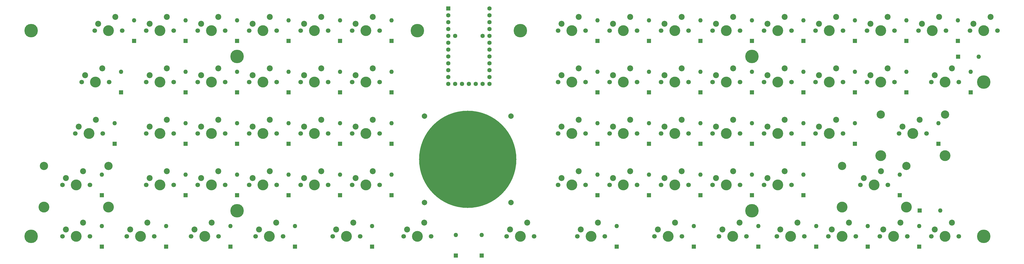
<source format=gts>
G04 #@! TF.GenerationSoftware,KiCad,Pcbnew,7.0.5*
G04 #@! TF.CreationDate,2023-08-06T16:41:53+02:00*
G04 #@! TF.ProjectId,lumberjack,6c756d62-6572-46a6-9163-6b2e6b696361,1.7*
G04 #@! TF.SameCoordinates,Original*
G04 #@! TF.FileFunction,Soldermask,Top*
G04 #@! TF.FilePolarity,Negative*
%FSLAX46Y46*%
G04 Gerber Fmt 4.6, Leading zero omitted, Abs format (unit mm)*
G04 Created by KiCad (PCBNEW 7.0.5) date 2023-08-06 16:41:53*
%MOMM*%
%LPD*%
G01*
G04 APERTURE LIST*
%ADD10C,4.000000*%
%ADD11C,1.700000*%
%ADD12C,2.200000*%
%ADD13C,3.050000*%
%ADD14C,5.000000*%
%ADD15R,1.600000X1.600000*%
%ADD16O,1.600000X1.600000*%
%ADD17C,1.600000*%
%ADD18C,2.000000*%
%ADD19C,36.000000*%
G04 APERTURE END LIST*
D10*
X266700000Y-95250000D03*
D11*
X261620000Y-95250000D03*
X271780000Y-95250000D03*
D12*
X269240000Y-90170000D03*
X262890000Y-92710000D03*
D10*
X328612500Y-57150000D03*
D11*
X333692500Y-57150000D03*
X323532500Y-57150000D03*
D12*
X331152500Y-52070000D03*
X324802500Y-54610000D03*
D10*
X190500000Y-57150000D03*
D11*
X185420000Y-57150000D03*
X195580000Y-57150000D03*
D12*
X193040000Y-52070000D03*
X186690000Y-54610000D03*
D11*
X73501250Y-114300000D03*
D10*
X78581250Y-114300000D03*
D11*
X83661250Y-114300000D03*
D12*
X81121250Y-109220000D03*
X74771250Y-111760000D03*
D10*
X114300000Y-76200000D03*
D11*
X109220000Y-76200000D03*
X119380000Y-76200000D03*
D12*
X116840000Y-71120000D03*
X110490000Y-73660000D03*
D10*
X247650000Y-76200000D03*
D11*
X242570000Y-76200000D03*
X252730000Y-76200000D03*
D12*
X250190000Y-71120000D03*
X243840000Y-73660000D03*
D10*
X190500000Y-95250000D03*
D11*
X185420000Y-95250000D03*
X195580000Y-95250000D03*
D12*
X193040000Y-90170000D03*
X186690000Y-92710000D03*
D10*
X316706250Y-76200000D03*
X328606250Y-84440000D03*
D13*
X304806250Y-69200000D03*
D11*
X321786250Y-76200000D03*
X311626250Y-76200000D03*
D13*
X328606250Y-69200000D03*
D10*
X304806250Y-84440000D03*
D12*
X319246250Y-71120000D03*
X312896250Y-73660000D03*
D10*
X57150000Y-38100000D03*
D11*
X52070000Y-38100000D03*
X62230000Y-38100000D03*
D12*
X59690000Y-33020000D03*
X53340000Y-35560000D03*
D10*
X328612500Y-114300000D03*
D11*
X323532500Y-114300000D03*
X333692500Y-114300000D03*
D12*
X331152500Y-109220000D03*
X324802500Y-111760000D03*
D14*
X133350000Y-38100000D03*
D10*
X247650000Y-38100000D03*
D11*
X242570000Y-38100000D03*
X252730000Y-38100000D03*
D12*
X250190000Y-33020000D03*
X243840000Y-35560000D03*
D11*
X221138750Y-114300000D03*
D10*
X226218750Y-114300000D03*
D11*
X231298750Y-114300000D03*
D12*
X228758750Y-109220000D03*
X222408750Y-111760000D03*
D15*
X157162500Y-121410000D03*
D16*
X157162500Y-113790000D03*
D10*
X266700000Y-57150000D03*
D11*
X261620000Y-57150000D03*
X271780000Y-57150000D03*
D12*
X269240000Y-52070000D03*
X262890000Y-54610000D03*
D17*
X152400000Y-57805000D03*
D15*
X144780000Y-29865000D03*
D17*
X144780000Y-32405000D03*
X144780000Y-34945000D03*
X144780000Y-37485000D03*
X144780000Y-40025000D03*
X144780000Y-42565000D03*
X144780000Y-45105000D03*
X144780000Y-47645000D03*
X144780000Y-50185000D03*
X144780000Y-52725000D03*
X144780000Y-55265000D03*
X144780000Y-57805000D03*
X147320000Y-57805000D03*
X149860000Y-57805000D03*
X154940000Y-57805000D03*
X157480000Y-57805000D03*
X160020000Y-57805000D03*
X160020000Y-55265000D03*
X160020000Y-52725000D03*
X160020000Y-50185000D03*
X160020000Y-47645000D03*
X160020000Y-45105000D03*
X160020000Y-42565000D03*
X160020000Y-40025000D03*
X160020000Y-37485000D03*
X160020000Y-34945000D03*
X160020000Y-32405000D03*
X160020000Y-29865000D03*
X147320000Y-40025000D03*
X157480000Y-40025000D03*
D10*
X304800000Y-38100000D03*
D11*
X299720000Y-38100000D03*
X309880000Y-38100000D03*
D12*
X307340000Y-33020000D03*
X300990000Y-35560000D03*
D14*
X66675000Y-104775000D03*
D11*
X49688750Y-114300000D03*
D10*
X54768750Y-114300000D03*
D11*
X59848750Y-114300000D03*
D12*
X57308750Y-109220000D03*
X50958750Y-111760000D03*
D10*
X114300000Y-95250000D03*
D11*
X109220000Y-95250000D03*
X119380000Y-95250000D03*
D12*
X116840000Y-90170000D03*
X110490000Y-92710000D03*
D10*
X57150000Y-95250000D03*
D11*
X52070000Y-95250000D03*
X62230000Y-95250000D03*
D12*
X59690000Y-90170000D03*
X53340000Y-92710000D03*
D14*
X257175000Y-104775000D03*
D10*
X209550000Y-57150000D03*
D11*
X204470000Y-57150000D03*
X214630000Y-57150000D03*
D12*
X212090000Y-52070000D03*
X205740000Y-54610000D03*
D14*
X342900000Y-114300000D03*
D10*
X290518750Y-103490000D03*
X314318750Y-103490000D03*
X302418750Y-95250000D03*
D13*
X290518750Y-88250000D03*
D11*
X297338750Y-95250000D03*
D13*
X314318750Y-88250000D03*
D11*
X307498750Y-95250000D03*
D12*
X304958750Y-90170000D03*
X298608750Y-92710000D03*
D10*
X76200000Y-95250000D03*
D11*
X71120000Y-95250000D03*
X81280000Y-95250000D03*
D12*
X78740000Y-90170000D03*
X72390000Y-92710000D03*
D10*
X76200000Y-57150000D03*
D11*
X71120000Y-57150000D03*
X81280000Y-57150000D03*
D12*
X78740000Y-52070000D03*
X72390000Y-54610000D03*
D10*
X209550000Y-95250000D03*
D11*
X204470000Y-95250000D03*
X214630000Y-95250000D03*
D12*
X212090000Y-90170000D03*
X205740000Y-92710000D03*
D10*
X304800000Y-57150000D03*
D11*
X299720000Y-57150000D03*
X309880000Y-57150000D03*
D12*
X307340000Y-52070000D03*
X300990000Y-54610000D03*
D10*
X228600000Y-38100000D03*
D11*
X223520000Y-38100000D03*
X233680000Y-38100000D03*
D12*
X231140000Y-33020000D03*
X224790000Y-35560000D03*
D10*
X266700000Y-38100000D03*
D11*
X261620000Y-38100000D03*
X271780000Y-38100000D03*
D12*
X269240000Y-33020000D03*
X262890000Y-35560000D03*
D10*
X76200000Y-76200000D03*
D11*
X71120000Y-76200000D03*
X81280000Y-76200000D03*
D12*
X78740000Y-71120000D03*
X72390000Y-73660000D03*
D10*
X285750000Y-38100000D03*
D11*
X280670000Y-38100000D03*
X290830000Y-38100000D03*
D12*
X288290000Y-33020000D03*
X281940000Y-35560000D03*
D14*
X171450000Y-38100000D03*
D10*
X57150000Y-76200000D03*
D11*
X52070000Y-76200000D03*
X62230000Y-76200000D03*
D12*
X59690000Y-71120000D03*
X53340000Y-73660000D03*
D10*
X7143750Y-95250000D03*
X19043750Y-103490000D03*
D13*
X-4756250Y-88250000D03*
D11*
X12223750Y-95250000D03*
X2063750Y-95250000D03*
D13*
X19043750Y-88250000D03*
D10*
X-4756250Y-103490000D03*
D12*
X9683750Y-90170000D03*
X3333750Y-92710000D03*
D10*
X171450000Y-114300000D03*
D11*
X166370000Y-114300000D03*
X176530000Y-114300000D03*
D12*
X173990000Y-109220000D03*
X167640000Y-111760000D03*
D10*
X95250000Y-95250000D03*
D11*
X90170000Y-95250000D03*
X100330000Y-95250000D03*
D12*
X97790000Y-90170000D03*
X91440000Y-92710000D03*
D10*
X190500000Y-76200000D03*
D11*
X185420000Y-76200000D03*
X195580000Y-76200000D03*
D12*
X193040000Y-71120000D03*
X186690000Y-73660000D03*
D10*
X114300000Y-38100000D03*
D11*
X109220000Y-38100000D03*
X119380000Y-38100000D03*
D12*
X116840000Y-33020000D03*
X110490000Y-35560000D03*
D10*
X323850000Y-38100000D03*
D11*
X318770000Y-38100000D03*
X328930000Y-38100000D03*
D12*
X326390000Y-33020000D03*
X320040000Y-35560000D03*
D11*
X25876250Y-114300000D03*
D10*
X30956250Y-114300000D03*
D11*
X36036250Y-114300000D03*
D12*
X33496250Y-109220000D03*
X27146250Y-111760000D03*
D10*
X38100000Y-76200000D03*
D11*
X33020000Y-76200000D03*
X43180000Y-76200000D03*
D12*
X40640000Y-71120000D03*
X34290000Y-73660000D03*
D14*
X-9525000Y-38100000D03*
D10*
X38100000Y-38100000D03*
D11*
X33020000Y-38100000D03*
X43180000Y-38100000D03*
D12*
X40640000Y-33020000D03*
X34290000Y-35560000D03*
D10*
X95250000Y-76200000D03*
D11*
X90170000Y-76200000D03*
X100330000Y-76200000D03*
D12*
X97790000Y-71120000D03*
X91440000Y-73660000D03*
D10*
X285750000Y-76200000D03*
D11*
X280670000Y-76200000D03*
X290830000Y-76200000D03*
D12*
X288290000Y-71120000D03*
X281940000Y-73660000D03*
D11*
X244951250Y-114300000D03*
D10*
X250031250Y-114300000D03*
D11*
X255111250Y-114300000D03*
D12*
X252571250Y-109220000D03*
X246221250Y-111760000D03*
D11*
X16986250Y-76200000D03*
D10*
X11906250Y-76200000D03*
D11*
X6826250Y-76200000D03*
D12*
X14446250Y-71120000D03*
X8096250Y-73660000D03*
D10*
X290512500Y-114300000D03*
D11*
X285432500Y-114300000D03*
X295592500Y-114300000D03*
D12*
X293052500Y-109220000D03*
X286702500Y-111760000D03*
D10*
X95250000Y-57150000D03*
D11*
X90170000Y-57150000D03*
X100330000Y-57150000D03*
D12*
X97790000Y-52070000D03*
X91440000Y-54610000D03*
D10*
X19050000Y-38100000D03*
D11*
X13970000Y-38100000D03*
X24130000Y-38100000D03*
D12*
X21590000Y-33020000D03*
X15240000Y-35560000D03*
D14*
X66675000Y-47625000D03*
D10*
X228600000Y-76200000D03*
D11*
X223520000Y-76200000D03*
X233680000Y-76200000D03*
D12*
X231140000Y-71120000D03*
X224790000Y-73660000D03*
D15*
X147637500Y-121410000D03*
D16*
X147637500Y-113790000D03*
D11*
X202723750Y-114300000D03*
D10*
X197643750Y-114300000D03*
D11*
X192563750Y-114300000D03*
D12*
X200183750Y-109220000D03*
X193833750Y-111760000D03*
D14*
X257175000Y-47625000D03*
D11*
X112236250Y-114300000D03*
D10*
X107156250Y-114300000D03*
D11*
X102076250Y-114300000D03*
D12*
X109696250Y-109220000D03*
X103346250Y-111760000D03*
D10*
X271462500Y-114300000D03*
D11*
X266382500Y-114300000D03*
X276542500Y-114300000D03*
D12*
X274002500Y-109220000D03*
X267652500Y-111760000D03*
D10*
X38100000Y-57150000D03*
D11*
X33020000Y-57150000D03*
X43180000Y-57150000D03*
D12*
X40640000Y-52070000D03*
X34290000Y-54610000D03*
D11*
X2063750Y-114300000D03*
D10*
X7143750Y-114300000D03*
D11*
X12223750Y-114300000D03*
D12*
X9683750Y-109220000D03*
X3333750Y-111760000D03*
D10*
X342900000Y-38100000D03*
D11*
X337820000Y-38100000D03*
X347980000Y-38100000D03*
D12*
X345440000Y-33020000D03*
X339090000Y-35560000D03*
D10*
X228600000Y-95250000D03*
D11*
X223520000Y-95250000D03*
X233680000Y-95250000D03*
D12*
X231140000Y-90170000D03*
X224790000Y-92710000D03*
D10*
X38100000Y-95250000D03*
D11*
X33020000Y-95250000D03*
X43180000Y-95250000D03*
D12*
X40640000Y-90170000D03*
X34290000Y-92710000D03*
D10*
X209550000Y-38100000D03*
D11*
X204470000Y-38100000D03*
X214630000Y-38100000D03*
D12*
X212090000Y-33020000D03*
X205740000Y-35560000D03*
D10*
X285750000Y-57150000D03*
D11*
X280670000Y-57150000D03*
X290830000Y-57150000D03*
D12*
X288290000Y-52070000D03*
X281940000Y-54610000D03*
D10*
X95250000Y-38100000D03*
D11*
X90170000Y-38100000D03*
X100330000Y-38100000D03*
D12*
X97790000Y-33020000D03*
X91440000Y-35560000D03*
D14*
X-9525000Y-114300000D03*
D10*
X76200000Y-38100000D03*
D11*
X71120000Y-38100000D03*
X81280000Y-38100000D03*
D12*
X78740000Y-33020000D03*
X72390000Y-35560000D03*
D10*
X247650000Y-57150000D03*
D11*
X242570000Y-57150000D03*
X252730000Y-57150000D03*
D12*
X250190000Y-52070000D03*
X243840000Y-54610000D03*
D10*
X133350000Y-114300000D03*
D11*
X128270000Y-114300000D03*
X138430000Y-114300000D03*
D12*
X135890000Y-109220000D03*
X129540000Y-111760000D03*
D10*
X209550000Y-76200000D03*
D11*
X204470000Y-76200000D03*
X214630000Y-76200000D03*
D12*
X212090000Y-71120000D03*
X205740000Y-73660000D03*
D14*
X342900000Y-57150000D03*
D10*
X228600000Y-57150000D03*
D11*
X223520000Y-57150000D03*
X233680000Y-57150000D03*
D12*
X231140000Y-52070000D03*
X224790000Y-54610000D03*
D10*
X247650000Y-95250000D03*
D11*
X242570000Y-95250000D03*
X252730000Y-95250000D03*
D12*
X250190000Y-90170000D03*
X243840000Y-92710000D03*
D10*
X14287500Y-57150000D03*
D11*
X19367500Y-57150000D03*
X9207500Y-57150000D03*
D12*
X16827500Y-52070000D03*
X10477500Y-54610000D03*
D10*
X266700000Y-76200000D03*
D11*
X261620000Y-76200000D03*
X271780000Y-76200000D03*
D12*
X269240000Y-71120000D03*
X262890000Y-73660000D03*
D18*
X168000000Y-101725000D03*
X168000000Y-69725000D03*
D19*
X152000000Y-85725000D03*
D18*
X136000000Y-101725000D03*
X136000000Y-69725000D03*
D10*
X114300000Y-57150000D03*
D11*
X109220000Y-57150000D03*
X119380000Y-57150000D03*
D12*
X116840000Y-52070000D03*
X110490000Y-54610000D03*
D10*
X190500000Y-38100000D03*
D11*
X185420000Y-38100000D03*
X195580000Y-38100000D03*
D12*
X193040000Y-33020000D03*
X186690000Y-35560000D03*
D10*
X57150000Y-57150000D03*
D11*
X52070000Y-57150000D03*
X62230000Y-57150000D03*
D12*
X59690000Y-52070000D03*
X53340000Y-54610000D03*
D10*
X309562500Y-114300000D03*
D11*
X304482500Y-114300000D03*
X314642500Y-114300000D03*
D12*
X312102500Y-109220000D03*
X305752500Y-111760000D03*
D15*
X104730500Y-41929000D03*
D16*
X104730500Y-34309000D03*
D15*
X219030500Y-99079000D03*
D16*
X219030500Y-91459000D03*
D15*
X123780500Y-60979000D03*
D16*
X123780500Y-53359000D03*
D15*
X314280500Y-60979000D03*
D16*
X314280500Y-53359000D03*
D15*
X333330500Y-41929000D03*
D16*
X333330500Y-34309000D03*
D15*
X85680500Y-60979000D03*
D16*
X85680500Y-53359000D03*
D15*
X199980500Y-41929000D03*
D16*
X199980500Y-34309000D03*
D15*
X47580500Y-99079000D03*
D16*
X47580500Y-91459000D03*
D15*
X40436750Y-118129000D03*
D16*
X40436750Y-110509000D03*
D15*
X47580500Y-60979000D03*
D16*
X47580500Y-53359000D03*
D15*
X276180500Y-99079000D03*
D16*
X276180500Y-91459000D03*
D15*
X219030500Y-60979000D03*
D16*
X219030500Y-53359000D03*
D15*
X238080500Y-99079000D03*
D16*
X238080500Y-91459000D03*
D15*
X338093000Y-60979000D03*
D16*
X338093000Y-53359000D03*
D15*
X23768000Y-60979000D03*
D16*
X23768000Y-53359000D03*
D15*
X104730500Y-60979000D03*
D16*
X104730500Y-53359000D03*
D15*
X21386750Y-80029000D03*
D16*
X21386750Y-72409000D03*
D15*
X299993000Y-118129000D03*
D16*
X299993000Y-110509000D03*
D15*
X64249250Y-118129000D03*
D16*
X64249250Y-110509000D03*
D15*
X257130500Y-60979000D03*
D16*
X257130500Y-53359000D03*
D15*
X199980500Y-99079000D03*
D16*
X199980500Y-91459000D03*
D15*
X47580500Y-41929000D03*
D16*
X47580500Y-34309000D03*
D15*
X85680500Y-41929000D03*
D16*
X85680500Y-34309000D03*
D15*
X47580500Y-80029000D03*
D16*
X47580500Y-72409000D03*
D15*
X85680500Y-99079000D03*
D16*
X85680500Y-91459000D03*
D15*
X295230500Y-80029000D03*
D16*
X295230500Y-72409000D03*
D15*
X276180500Y-60979000D03*
D16*
X276180500Y-53359000D03*
D15*
X66630500Y-41929000D03*
D16*
X66630500Y-34309000D03*
D15*
X219030500Y-80029000D03*
D16*
X219030500Y-72409000D03*
D15*
X276180500Y-80029000D03*
D16*
X276180500Y-72409000D03*
D15*
X311899250Y-99079000D03*
D16*
X311899250Y-91459000D03*
D15*
X219030500Y-41929000D03*
D16*
X219030500Y-34309000D03*
D15*
X28530500Y-41929000D03*
D16*
X28530500Y-34309000D03*
D15*
X88061750Y-118129000D03*
D16*
X88061750Y-110509000D03*
D15*
X333440000Y-47750000D03*
D16*
X341060000Y-47750000D03*
D15*
X257130500Y-99079000D03*
D16*
X257130500Y-91459000D03*
X326810000Y-104750000D03*
D15*
X319190000Y-104750000D03*
X238080500Y-60979000D03*
D16*
X238080500Y-53359000D03*
D15*
X319043000Y-118129000D03*
D16*
X319043000Y-110509000D03*
D15*
X257130500Y-41929000D03*
D16*
X257130500Y-34309000D03*
D15*
X104730500Y-99079000D03*
D16*
X104730500Y-91459000D03*
D15*
X295230500Y-60979000D03*
D16*
X295230500Y-53359000D03*
D15*
X123780500Y-80029000D03*
D16*
X123780500Y-72409000D03*
D15*
X66630500Y-80029000D03*
D16*
X66630500Y-72409000D03*
D15*
X207124250Y-118129000D03*
D16*
X207124250Y-110509000D03*
D15*
X257130500Y-80029000D03*
D16*
X257130500Y-72409000D03*
D15*
X280943000Y-118129000D03*
D16*
X280943000Y-110509000D03*
D15*
X235699250Y-118129000D03*
D16*
X235699250Y-110509000D03*
D15*
X238080500Y-80029000D03*
D16*
X238080500Y-72409000D03*
D15*
X199980500Y-80029000D03*
D16*
X199980500Y-72409000D03*
D15*
X85680500Y-80029000D03*
D16*
X85680500Y-72409000D03*
D15*
X66630500Y-60979000D03*
D16*
X66630500Y-53359000D03*
D15*
X104730500Y-80029000D03*
D16*
X104730500Y-72409000D03*
D15*
X314280500Y-41929000D03*
D16*
X314280500Y-34309000D03*
D15*
X16624250Y-99079000D03*
D16*
X16624250Y-91459000D03*
D15*
X123780500Y-41929000D03*
D16*
X123780500Y-34309000D03*
D15*
X123780500Y-99079000D03*
D16*
X123780500Y-91459000D03*
D15*
X259511750Y-118129000D03*
D16*
X259511750Y-110509000D03*
D15*
X238080500Y-41929000D03*
D16*
X238080500Y-34309000D03*
D15*
X116636750Y-118129000D03*
D16*
X116636750Y-110509000D03*
D15*
X276180500Y-41929000D03*
D16*
X276180500Y-34309000D03*
D15*
X295230500Y-41929000D03*
D16*
X295230500Y-34309000D03*
D15*
X16624250Y-118129000D03*
D16*
X16624250Y-110509000D03*
D15*
X199980500Y-60979000D03*
D16*
X199980500Y-53359000D03*
D15*
X326186750Y-80029000D03*
D16*
X326186750Y-72409000D03*
D15*
X66630500Y-99079000D03*
D16*
X66630500Y-91459000D03*
M02*

</source>
